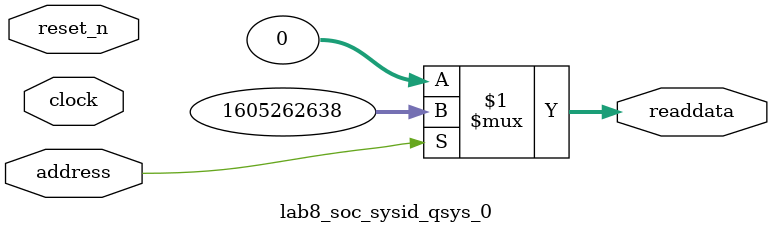
<source format=v>



// synthesis translate_off
`timescale 1ns / 1ps
// synthesis translate_on

// turn off superfluous verilog processor warnings 
// altera message_level Level1 
// altera message_off 10034 10035 10036 10037 10230 10240 10030 

module lab8_soc_sysid_qsys_0 (
               // inputs:
                address,
                clock,
                reset_n,

               // outputs:
                readdata
             )
;

  output  [ 31: 0] readdata;
  input            address;
  input            clock;
  input            reset_n;

  wire    [ 31: 0] readdata;
  //control_slave, which is an e_avalon_slave
  assign readdata = address ? 1605262638 : 0;

endmodule



</source>
